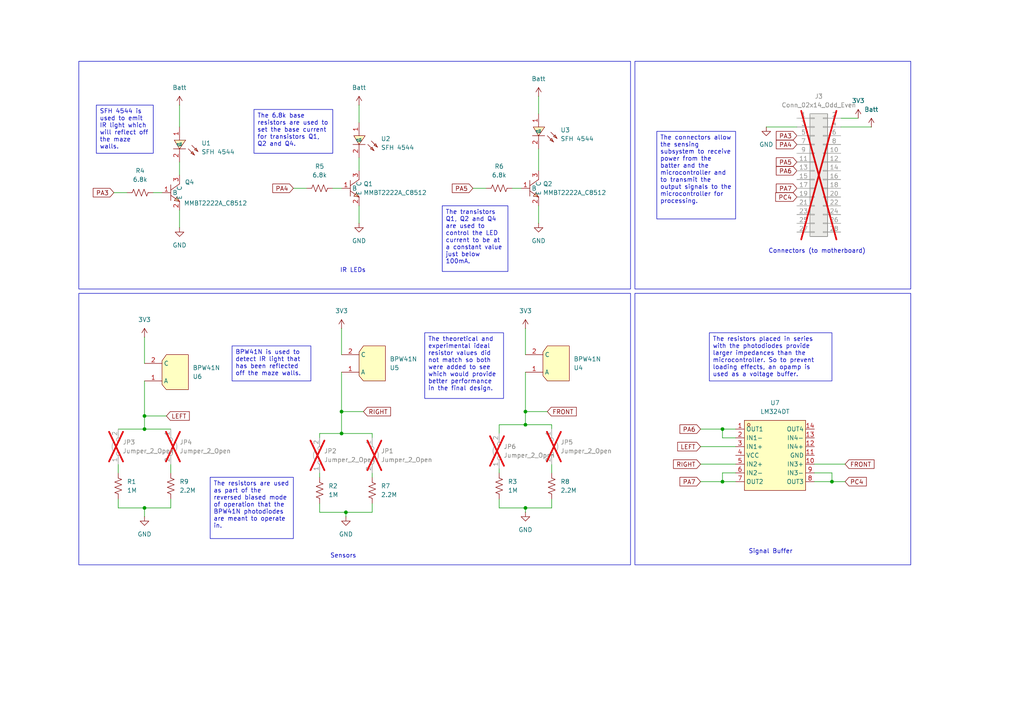
<source format=kicad_sch>
(kicad_sch (version 20231120) (generator "eeschema") (generator_version "8.0")
  (paper "A4")
  (title_block (title "Sensing Subsystem Circuit") (date "2024-03-24") (rev "v0") (company "University of Cape Town") (comment 1 "Name: Muhaimin Khan") (comment 2 "Student Number: KHNMUH063") (comment 3 "Course: EEE3088F"))
  (lib_symbols
    (symbol "Connector_Generic:Conn_02x14_Odd_Even" (pin_names (offset 1.016) hide)
      (property "Reference" "J" (at 1.27 17.78 0))
      (property "Value" "Conn_02x14_Odd_Even" (at 1.27 -20.32 0))
      (symbol "Conn_02x14_Odd_Even_1_1"
        (rectangle (start -1.27 -17.653) (end 0 -17.907) (stroke (width 0.1524)))
        (rectangle (start -1.27 -15.113) (end 0 -15.367) (stroke (width 0.1524)))
        (rectangle (start -1.27 -12.573) (end 0 -12.827) (stroke (width 0.1524)))
        (rectangle (start -1.27 -10.033) (end 0 -10.287) (stroke (width 0.1524)))
        (rectangle (start -1.27 -7.493) (end 0 -7.747) (stroke (width 0.1524)))
        (rectangle (start -1.27 -4.953) (end 0 -5.207) (stroke (width 0.1524)))
        (rectangle (start -1.27 -2.413) (end 0 -2.667) (stroke (width 0.1524)))
        (rectangle (start -1.27 0.127) (end 0 -0.127) (stroke (width 0.1524)))
        (rectangle (start -1.27 2.667) (end 0 2.413) (stroke (width 0.1524)))
        (rectangle (start -1.27 5.207) (end 0 4.953) (stroke (width 0.1524)))
        (rectangle (start -1.27 7.747) (end 0 7.493) (stroke (width 0.1524)))
        (rectangle (start -1.27 10.287) (end 0 10.033) (stroke (width 0.1524)))
        (rectangle (start -1.27 12.827) (end 0 12.573) (stroke (width 0.1524)))
        (rectangle (start -1.27 15.367) (end 0 15.113) (stroke (width 0.1524)))
        (rectangle (start -1.27 16.51) (end 3.81 -19.05) (stroke (width 0.254)) (fill (type background)))
        (rectangle (start 3.81 -17.653) (end 2.54 -17.907) (stroke (width 0.1524)))
        (rectangle (start 3.81 -15.113) (end 2.54 -15.367) (stroke (width 0.1524)))
        (rectangle (start 3.81 -12.573) (end 2.54 -12.827) (stroke (width 0.1524)))
        (rectangle (start 3.81 -10.033) (end 2.54 -10.287) (stroke (width 0.1524)))
        (rectangle (start 3.81 -7.493) (end 2.54 -7.747) (stroke (width 0.1524)))
        (rectangle (start 3.81 -4.953) (end 2.54 -5.207) (stroke (width 0.1524)))
        (rectangle (start 3.81 -2.413) (end 2.54 -2.667) (stroke (width 0.1524)))
        (rectangle (start 3.81 0.127) (end 2.54 -0.127) (stroke (width 0.1524)))
        (rectangle (start 3.81 2.667) (end 2.54 2.413) (stroke (width 0.1524)))
        (rectangle (start 3.81 5.207) (end 2.54 4.953) (stroke (width 0.1524)))
        (rectangle (start 3.81 7.747) (end 2.54 7.493) (stroke (width 0.1524)))
        (rectangle (start 3.81 10.287) (end 2.54 10.033) (stroke (width 0.1524)))
        (rectangle (start 3.81 12.827) (end 2.54 12.573) (stroke (width 0.1524)))
        (rectangle (start 3.81 15.367) (end 2.54 15.113) (stroke (width 0.1524)))
        (pin passive line (at -5.08 15.24 0) (length 3.81) (name "Pin_1") (number "1"))
        (pin passive line (at 7.62 5.08 180) (length 3.81) (name "Pin_10") (number "10"))
        (pin passive line (at -5.08 2.54 0) (length 3.81) (name "Pin_11") (number "11"))
        (pin passive line (at 7.62 2.54 180) (length 3.81) (name "Pin_12") (number "12"))
        (pin passive line (at -5.08 0 0) (length 3.81) (name "Pin_13") (number "13"))
        (pin passive line (at 7.62 0 180) (length 3.81) (name "Pin_14") (number "14"))
        (pin passive line (at -5.08 -2.54 0) (length 3.81) (name "Pin_15") (number "15"))
        (pin passive line (at 7.62 -2.54 180) (length 3.81) (name "Pin_16") (number "16"))
        (pin passive line (at -5.08 -5.08 0) (length 3.81) (name "Pin_17") (number "17"))
        (pin passive line (at 7.62 -5.08 180) (length 3.81) (name "Pin_18") (number "18"))
        (pin passive line (at -5.08 -7.62 0) (length 3.81) (name "Pin_19") (number "19"))
        (pin passive line (at 7.62 15.24 180) (length 3.81) (name "Pin_2") (number "2"))
        (pin passive line (at 7.62 -7.62 180) (length 3.81) (name "Pin_20") (number "20"))
        (pin passive line (at -5.08 -10.16 0) (length 3.81) (name "Pin_21") (number "21"))
        (pin passive line (at 7.62 -10.16 180) (length 3.81) (name "Pin_22") (number "22"))
        (pin passive line (at -5.08 -12.7 0) (length 3.81) (name "Pin_23") (number "23"))
        (pin passive line (at 7.62 -12.7 180) (length 3.81) (name "Pin_24") (number "24"))
        (pin passive line (at -5.08 -15.24 0) (length 3.81) (name "Pin_25") (number "25"))
        (pin passive line (at 7.62 -15.24 180) (length 3.81) (name "Pin_26") (number "26"))
        (pin passive line (at -5.08 -17.78 0) (length 3.81) (name "Pin_27") (number "27"))
        (pin passive line (at 7.62 -17.78 180) (length 3.81) (name "Pin_28") (number "28"))
        (pin passive line (at -5.08 12.7 0) (length 3.81) (name "Pin_3") (number "3"))
        (pin passive line (at 7.62 12.7 180) (length 3.81) (name "Pin_4") (number "4"))
        (pin passive line (at -5.08 10.16 0) (length 3.81) (name "Pin_5") (number "5"))
        (pin passive line (at 7.62 10.16 180) (length 3.81) (name "Pin_6") (number "6"))
        (pin passive line (at -5.08 7.62 0) (length 3.81) (name "Pin_7") (number "7"))
        (pin passive line (at 7.62 7.62 180) (length 3.81) (name "Pin_8") (number "8"))
        (pin passive line (at -5.08 5.08 0) (length 3.81) (name "Pin_9") (number "9"))
      )
    )
    (symbol "Device:R_US" (pin_numbers hide) (pin_names (offset 0))
      (property "Reference" "R" (at 2.54 0 90))
      (property "Value" "R_US" (at -2.54 0 90))
      (symbol "R_US_0_1"
        (polyline (pts (xy 0 -2.286) (xy 0 -2.54)))
        (polyline (pts (xy 0 2.286) (xy 0 2.54)))
        (polyline (pts (xy 0 -0.762) (xy 1.016 -1.143) (xy 0 -1.524) (xy -1.016 -1.905) (xy 0 -2.286)))
        (polyline (pts (xy 0 0.762) (xy 1.016 0.381) (xy 0 0) (xy -1.016 -0.381) (xy 0 -0.762)))
        (polyline (pts (xy 0 2.286) (xy 1.016 1.905) (xy 0 1.524) (xy -1.016 1.143) (xy 0 0.762)))
      )
      (symbol "R_US_1_1"
        (pin passive line (at 0 3.81 270) (length 1.27) (name "~") (number "1"))
        (pin passive line (at 0 -3.81 90) (length 1.27) (name "~") (number "2"))
      )
    )
    (symbol "Jumper:Jumper_2_Open" (pin_names (offset 0) hide)
      (property "Reference" "JP" (at 0 2.794 0))
      (property "Value" "Jumper_2_Open" (at 0 -2.286 0))
      (symbol "Jumper_2_Open_0_0"
        (circle (center -2.032 0) (radius 0.508))
        (circle (center 2.032 0) (radius 0.508))
      )
      (symbol "Jumper_2_Open_0_1"
        (arc (start 1.524 1.27) (mid 0 1.778) (end -1.524 1.27))
      )
      (symbol "Jumper_2_Open_1_1"
        (pin passive line (at -5.08 0 0) (length 2.54) (name "A") (number "1"))
        (pin passive line (at 5.08 0 180) (length 2.54) (name "B") (number "2"))
      )
    )
    (symbol "LED:SFH4544"
      (property "Reference" "U" (at 0 5.08 0))
      (property "Value" "SFH 4544" (at 0 -5.08 0))
      (symbol "SFH4544_0_1"
        (polyline (pts (xy 0.25 3.56) (xy 2.03 5.33)))
        (polyline (pts (xy 1.27 -1.78) (xy 1.27 1.78)))
        (polyline (pts (xy 1.27 2.54) (xy 3.05 4.32)))
        (polyline (pts (xy -1.27 -1.52) (xy 1.27 0) (xy -1.27 1.78) (xy -1.27 -1.52)) (fill (type background)))
        (polyline (pts (xy 2.03 5.33) (xy 1.02 4.83) (xy 1.52 4.32) (xy 2.03 5.33)) (fill (type background)))
        (polyline (pts (xy 3.05 4.32) (xy 2.03 3.81) (xy 2.54 3.3) (xy 3.05 4.32)) (fill (type background)))
        (pin unspecified line (at -5.08 0 0) (length 3.81) (name "A") (number "1"))
        (pin unspecified line (at 5.08 0 180) (length 3.81) (name "C") (number "2"))
      )
    )
    (symbol "easyeda0kicad:LM324DT"
      (property "Reference" "U" (at 0 12.7 0))
      (property "Value" "LM324DT" (at 0 -12.7 0))
      (symbol "LM324DT_0_1"
        (rectangle (start -8.89 10.16) (end 8.89 -10.16) (fill (type background)))
        (circle (center -7.62 8.89) (radius 0.38))
        (pin unspecified line (at -11.43 7.62 0) (length 2.54) (name "OUT1") (number "1"))
        (pin unspecified line (at 11.43 -2.54 180) (length 2.54) (name "IN3+") (number "10"))
        (pin unspecified line (at 11.43 0 180) (length 2.54) (name "GND") (number "11"))
        (pin unspecified line (at 11.43 2.54 180) (length 2.54) (name "IN4+") (number "12"))
        (pin unspecified line (at 11.43 5.08 180) (length 2.54) (name "IN4-") (number "13"))
        (pin unspecified line (at 11.43 7.62 180) (length 2.54) (name "OUT4") (number "14"))
        (pin unspecified line (at -11.43 5.08 0) (length 2.54) (name "IN1-") (number "2"))
        (pin unspecified line (at -11.43 2.54 0) (length 2.54) (name "IN1+") (number "3"))
        (pin unspecified line (at -11.43 0 0) (length 2.54) (name "VCC") (number "4"))
        (pin unspecified line (at -11.43 -2.54 0) (length 2.54) (name "IN2+") (number "5"))
        (pin unspecified line (at -11.43 -5.08 0) (length 2.54) (name "IN2-") (number "6"))
        (pin unspecified line (at -11.43 -7.62 0) (length 2.54) (name "OUT2") (number "7"))
        (pin unspecified line (at 11.43 -7.62 180) (length 2.54) (name "OUT3") (number "8"))
        (pin unspecified line (at 11.43 -5.08 180) (length 2.54) (name "IN3-") (number "9"))
      )
    )
    (symbol "easyeda1kicad:MMBT2222A_C8512"
      (property "Reference" "Q" (at 0 10.16 0))
      (property "Value" "MMBT2222A_C8512" (at 0 -10.16 0))
      (symbol "MMBT2222A_C8512_0_1"
        (polyline (pts (xy 0 -0.76) (xy 2.54 -2.54)))
        (polyline (pts (xy 0 2.29) (xy 0 -2.29)))
        (polyline (pts (xy 2.54 2.54) (xy 0 0.76)))
        (polyline (pts (xy 2.54 -2.54) (xy 1.78 -1.27) (xy 1.02 -2.29) (xy 2.54 -2.54)) (fill (type background)))
        (pin unspecified line (at -2.54 0 0) (length 2.54) (name "B") (number "1"))
        (pin unspecified line (at 2.54 -5.08 90) (length 2.54) (name "E") (number "2"))
        (pin unspecified line (at 2.54 5.08 270) (length 2.54) (name "C") (number "3"))
      )
    )
    (symbol "easyeda2kicad:BPW41N"
      (property "Reference" "U" (at 0 -1.27 0))
      (property "Value" "BPW41N" (at 0 -11.43 0))
      (symbol "BPW41N_0_1"
        (polyline (pts (xy -5.08 6.35) (xy 5.08 6.35) (xy 5.08 0) (xy 3.3 -1.27) (xy -3.56 -1.27) (xy -5.08 0) (xy -5.08 6.35)) (fill (type background)))
        (pin unspecified line (at -2.54 -6.35 90) (length 5.08) (name "A") (number "1"))
        (pin unspecified line (at 2.54 -6.35 90) (length 5.08) (name "C") (number "2"))
      )
    )
    (symbol "power:GND" (power) (pin_numbers hide) (pin_names (offset 0) hide)
      (property "Value" "GND" (at 0 -3.81 0))
      (symbol "GND_0_1"
        (polyline (pts (xy 0 0) (xy 0 -1.27) (xy 1.27 -1.27) (xy 0 -2.54) (xy -1.27 -1.27) (xy 0 -1.27)))
      )
      (symbol "GND_1_1"
        (pin power_in line (at 0 0 270) (length 0) (name "~") (number "1"))
      )
    )
    (symbol "power:VCC" (power) (pin_numbers hide) (pin_names (offset 0) hide)
      (property "Value" "VCC" (at 0 3.556 0))
      (symbol "VCC_0_1"
        (polyline (pts (xy -0.762 1.27) (xy 0 2.54)))
        (polyline (pts (xy 0 0) (xy 0 2.54)))
        (polyline (pts (xy 0 2.54) (xy 0.762 1.27)))
      )
      (symbol "VCC_1_1"
        (pin power_in line (at 0 0 90) (length 0) (name "~") (number "1"))
      )
    )
  )
  (junction (at 241.3 139.7))
  (junction (at 209.55 124.46))
  (junction (at 99.06 119.38))
  (junction (at 152.4 123.19))
  (junction (at 152.4 119.38))
  (junction (at 41.91 124.46))
  (junction (at 41.91 147.32))
  (junction (at 209.55 139.7))
  (junction (at 152.4 147.32))
  (junction (at 99.06 125.73))
  (junction (at 100.33 148.59))
  (junction (at 41.91 120.65))
  (wire (pts (xy 41.91 110.49) (xy 41.91 120.65)))
  (wire (pts (xy 85.09 54.61) (xy 88.9 54.61)))
  (wire (pts (xy 52.07 30.48) (xy 52.07 36.83)))
  (wire (pts (xy 152.4 119.38) (xy 152.4 123.19)))
  (wire (pts (xy 33.02 55.88) (xy 36.83 55.88)))
  (wire (pts (xy 222.25 36.83) (xy 231.14 36.83)))
  (wire (pts (xy 152.4 107.95) (xy 152.4 119.38)))
  (wire (pts (xy 34.29 124.46) (xy 41.91 124.46)))
  (wire (pts (xy 203.2 139.7) (xy 209.55 139.7)))
  (wire (pts (xy 41.91 120.65) (xy 48.26 120.65)))
  (wire (pts (xy 213.36 127) (xy 209.55 127)))
  (wire (pts (xy 241.3 139.7) (xy 245.11 139.7)))
  (wire (pts (xy 99.06 125.73) (xy 99.06 119.38)))
  (wire (pts (xy 99.06 107.95) (xy 99.06 119.38)))
  (wire (pts (xy 92.71 125.73) (xy 99.06 125.73)))
  (wire (pts (xy 96.52 54.61) (xy 99.06 54.61)))
  (wire (pts (xy 99.06 125.73) (xy 107.95 125.73)))
  (wire (pts (xy 236.22 139.7) (xy 241.3 139.7)))
  (wire (pts (xy 160.02 123.19) (xy 160.02 124.46)))
  (wire (pts (xy 104.14 59.69) (xy 104.14 64.77)))
  (wire (pts (xy 34.29 134.62) (xy 34.29 137.16)))
  (wire (pts (xy 160.02 144.78) (xy 160.02 147.32)))
  (wire (pts (xy 107.95 137.16) (xy 107.95 138.43)))
  (wire (pts (xy 209.55 139.7) (xy 213.36 139.7)))
  (wire (pts (xy 41.91 120.65) (xy 41.91 124.46)))
  (wire (pts (xy 144.78 147.32) (xy 152.4 147.32)))
  (wire (pts (xy 209.55 137.16) (xy 209.55 139.7)))
  (wire (pts (xy 107.95 146.05) (xy 107.95 148.59)))
  (wire (pts (xy 152.4 123.19) (xy 160.02 123.19)))
  (wire (pts (xy 144.78 147.32) (xy 144.78 144.78)))
  (wire (pts (xy 92.71 137.16) (xy 92.71 138.43)))
  (wire (pts (xy 52.07 60.96) (xy 52.07 66.04)))
  (wire (pts (xy 49.53 144.78) (xy 49.53 147.32)))
  (wire (pts (xy 44.45 55.88) (xy 46.99 55.88)))
  (wire (pts (xy 52.07 46.99) (xy 52.07 50.8)))
  (wire (pts (xy 41.91 97.79) (xy 41.91 105.41)))
  (wire (pts (xy 144.78 123.19) (xy 152.4 123.19)))
  (wire (pts (xy 41.91 147.32) (xy 41.91 149.86)))
  (wire (pts (xy 148.59 54.61) (xy 151.13 54.61)))
  (wire (pts (xy 209.55 127) (xy 209.55 124.46)))
  (wire (pts (xy 100.33 148.59) (xy 100.33 149.86)))
  (wire (pts (xy 156.21 27.94) (xy 156.21 33.02)))
  (wire (pts (xy 107.95 125.73) (xy 107.95 127)))
  (wire (pts (xy 41.91 124.46) (xy 49.53 124.46)))
  (wire (pts (xy 152.4 147.32) (xy 152.4 148.59)))
  (wire (pts (xy 49.53 134.62) (xy 49.53 137.16)))
  (wire (pts (xy 137.16 54.61) (xy 140.97 54.61)))
  (wire (pts (xy 243.84 34.29) (xy 248.92 34.29)))
  (wire (pts (xy 243.84 36.83) (xy 252.73 36.83)))
  (wire (pts (xy 99.06 119.38) (xy 105.41 119.38)))
  (wire (pts (xy 104.14 45.72) (xy 104.14 49.53)))
  (wire (pts (xy 236.22 137.16) (xy 241.3 137.16)))
  (wire (pts (xy 203.2 134.62) (xy 213.36 134.62)))
  (wire (pts (xy 241.3 137.16) (xy 241.3 139.7)))
  (wire (pts (xy 160.02 134.62) (xy 160.02 137.16)))
  (wire (pts (xy 92.71 148.59) (xy 100.33 148.59)))
  (wire (pts (xy 104.14 30.48) (xy 104.14 35.56)))
  (wire (pts (xy 152.4 95.25) (xy 152.4 102.87)))
  (wire (pts (xy 99.06 95.25) (xy 99.06 102.87)))
  (wire (pts (xy 203.2 124.46) (xy 209.55 124.46)))
  (wire (pts (xy 41.91 147.32) (xy 49.53 147.32)))
  (wire (pts (xy 213.36 137.16) (xy 209.55 137.16)))
  (wire (pts (xy 34.29 147.32) (xy 41.91 147.32)))
  (wire (pts (xy 156.21 59.69) (xy 156.21 64.77)))
  (wire (pts (xy 34.29 147.32) (xy 34.29 144.78)))
  (wire (pts (xy 100.33 148.59) (xy 107.95 148.59)))
  (wire (pts (xy 156.21 43.18) (xy 156.21 49.53)))
  (wire (pts (xy 209.55 124.46) (xy 213.36 124.46)))
  (wire (pts (xy 152.4 147.32) (xy 160.02 147.32)))
  (wire (pts (xy 144.78 135.89) (xy 144.78 137.16)))
  (wire (pts (xy 144.78 123.19) (xy 144.78 125.73)))
  (wire (pts (xy 236.22 134.62) (xy 245.11 134.62)))
  (wire (pts (xy 92.71 125.73) (xy 92.71 127)))
  (wire (pts (xy 152.4 119.38) (xy 158.75 119.38)))
  (wire (pts (xy 92.71 148.59) (xy 92.71 146.05)))
  (wire (pts (xy 203.2 129.54) (xy 213.36 129.54)))
  (rectangle (start 184.15 17.78) (end 264.16 83.82))
  (rectangle (start 22.86 85.09) (end 182.88 163.83))
  (rectangle (start 22.86 17.78) (end 182.88 83.82))
  (rectangle (start 184.15 85.09) (end 264.16 163.83))
  (text_box "The connectors allow the sensing subsystem to receive power from the batter and the microcontroller and to transmit the output signals to the microcontroller for processing." (at 190.5 38.1 0) (size 22.86 25.4) (effects (font (size 1.27 1.27)) (justify left top)))
  (text_box "SFH 4544 is used to emit IR light which will reflect off the maze walls." (at 27.94 30.48 0) (size 16.51 13.97) (effects (font (size 1.27 1.27)) (justify left top)))
  (text_box "The theoretical and experimental ideal resistor values did not match so both were added to see which would provide better performance in the final design." (at 123.19 96.52 0) (size 22.86 19.05) (effects (font (size 1.27 1.27)) (justify left top)))
  (text_box "BPW41N is used to detect IR light that has been reflected off the maze walls." (at 67.31 100.33 0) (size 22.86 10.16) (effects (font (size 1.27 1.27)) (justify left top)))
  (text_box "The 6.8k base resistors are used to set the base current for transistors Q1, Q2 and Q4." (at 73.66 31.75 0) (size 22.86 12.7) (effects (font (size 1.27 1.27)) (justify left top)))
  (text_box "The resistors are used as part of the reversed biased mode of operation that the BPW41N photodiodes are meant to operate in." (at 60.96 138.43 0) (size 24.13 17.78) (effects (font (size 1.27 1.27)) (justify left top)))
  (text_box "The resistors placed in series with the photodiodes provide larger impedances than the microcontroller. So to prevent loading effects, an opamp is used as a voltage buffer." (at 205.74 96.52 0) (size 35.56 13.97) (effects (font (size 1.27 1.27)) (justify left top)))
  (text_box "The transistors Q1, Q2 and Q4 are used to control the LED current to be at a constant value just below 100mA." (at 128.27 59.69 0) (size 19.05 19.05) (effects (font (size 1.27 1.27)) (justify left top)))
  (text "Signal Buffer" (at 223.52 160.02 0) (effects (font (size 1.27 1.27))))
  (text "Connectors (to motherboard)" (at 236.982 72.898 0) (effects (font (size 1.27 1.27))))
  (text "Sensors" (at 99.568 161.29 0) (effects (font (size 1.27 1.27))))
  (text "IR LEDs" (at 102.362 78.486 0) (effects (font (size 1.27 1.27))))
  (global_label "PA6" (shape input) (at 203.2 124.46 180) (property "Intersheetrefs" "${INTERSHEET_REFS}" (effects (hide yes))))
  (global_label "RIGHT" (shape input) (at 203.2 134.62 180) (property "Intersheetrefs" "${INTERSHEET_REFS}" (effects (hide yes))))
  (global_label "PA6" (shape input) (at 231.14 49.53 180) (property "Intersheetrefs" "${INTERSHEET_REFS}" (effects (hide yes))))
  (global_label "PA7" (shape input) (at 231.14 54.61 180) (property "Intersheetrefs" "${INTERSHEET_REFS}" (effects (hide yes))))
  (global_label "RIGHT" (shape input) (at 105.41 119.38 0) (property "Intersheetrefs" "${INTERSHEET_REFS}" (effects (hide yes))))
  (global_label "PC4" (shape input) (at 231.14 57.15 180) (property "Intersheetrefs" "${INTERSHEET_REFS}" (effects (hide yes))))
  (global_label "LEFT" (shape input) (at 203.2 129.54 180) (property "Intersheetrefs" "${INTERSHEET_REFS}" (effects (hide yes))))
  (global_label "PA3" (shape input) (at 33.02 55.88 180) (property "Intersheetrefs" "${INTERSHEET_REFS}" (effects (hide yes))))
  (global_label "PA4" (shape input) (at 231.14 41.91 180) (property "Intersheetrefs" "${INTERSHEET_REFS}" (effects (hide yes))))
  (global_label "PA7" (shape input) (at 203.2 139.7 180) (property "Intersheetrefs" "${INTERSHEET_REFS}" (effects (hide yes))))
  (global_label "PA5" (shape input) (at 231.14 46.99 180) (property "Intersheetrefs" "${INTERSHEET_REFS}" (effects (hide yes))))
  (global_label "PA5" (shape input) (at 137.16 54.61 180) (property "Intersheetrefs" "${INTERSHEET_REFS}" (effects (hide yes))))
  (global_label "FRONT" (shape input) (at 158.75 119.38 0) (property "Intersheetrefs" "${INTERSHEET_REFS}" (effects (hide yes))))
  (global_label "PA3" (shape input) (at 231.14 39.37 180) (property "Intersheetrefs" "${INTERSHEET_REFS}" (effects (hide yes))))
  (global_label "FRONT" (shape input) (at 245.11 134.62 0) (property "Intersheetrefs" "${INTERSHEET_REFS}" (effects (hide yes))))
  (global_label "PC4" (shape input) (at 245.11 139.7 0) (property "Intersheetrefs" "${INTERSHEET_REFS}" (effects (hide yes))))
  (global_label "PA4" (shape input) (at 85.09 54.61 180) (property "Intersheetrefs" "${INTERSHEET_REFS}" (effects (hide yes))))
  (global_label "LEFT" (shape input) (at 48.26 120.65 0) (property "Intersheetrefs" "${INTERSHEET_REFS}" (effects (hide yes))))
  (symbol (lib_id "Device:R_US") (at 144.78 54.61 90) (unit 1)
    (property "Reference" "R6" (at 144.78 48.26 90))
    (property "Value" "6.8k" (at 144.78 50.8 90))
    (property "Footprint" "Resistor_SMD:R_0805_2012Metric" (effects (hide yes)))
    (property "Description" "Resistor, US symbol" (effects (hide yes)))
  )
  (symbol (lib_id "power:VCC") (at 99.06 95.25 0) (unit 1)
    (property "Reference" "#PWR012" (effects (hide yes)))
    (property "Value" "3V3" (at 99.06 90.17 0))
    (property "Description" "Power symbol creates a global label with name \"VCC\"" (effects (hide yes)))
  )
  (symbol (lib_id "Jumper:Jumper_2_Open") (at 92.71 132.08 90) (unit 1) (in_bom no) (dnp yes)
    (property "Reference" "JP2" (at 93.98 130.8099 90) (effects (justify right)))
    (property "Value" "Jumper_2_Open" (at 93.98 133.3499 90) (effects (justify right)))
    (property "Footprint" "Jumper:SolderJumper-2_P1.3mm_Open_RoundedPad1.0x1.5mm" (effects (hide yes)))
    (property "Description" "Jumper, 2-pole, open" (effects (hide yes)))
  )
  (symbol (lib_id "Device:R_US") (at 40.64 55.88 90) (unit 1)
    (property "Reference" "R4" (at 40.64 49.53 90))
    (property "Value" "6.8k" (at 40.64 52.07 90))
    (property "Footprint" "Resistor_SMD:R_0805_2012Metric" (effects (hide yes)))
    (property "Description" "Resistor, US symbol" (effects (hide yes)))
  )
  (symbol (lib_id "easyeda2kicad:BPW41N") (at 105.41 105.41 270) (mirror x) (unit 1)
    (property "Reference" "U5" (at 113.03 106.6801 90) (effects (justify left)))
    (property "Value" "BPW41N" (at 113.03 104.1401 90) (effects (justify left)))
    (property "Footprint" "Sensor:SENSOR-TH_BPW41N" (effects (hide yes)))
    (property "Datasheet" "https://lcsc.com/product-detail/Infrared-IR-LEDs_VISHAY_BPW41N_BPW41N_C142586.html" (effects (hide yes)))
    (property "LCSC Part" "C142586" (effects (hide yes)))
  )
  (symbol (lib_id "power:GND") (at 104.14 64.77 0) (unit 1)
    (property "Reference" "#PWR02" (effects (hide yes)))
    (property "Value" "GND" (at 104.14 69.85 0))
    (property "Description" "Power symbol creates a global label with name \"GND\" , ground" (effects (hide yes)))
  )
  (symbol (lib_id "Jumper:Jumper_2_Open") (at 34.29 129.54 90) (unit 1) (in_bom no) (dnp yes)
    (property "Reference" "JP3" (at 35.56 128.2699 90) (effects (justify right)))
    (property "Value" "Jumper_2_Open" (at 35.56 130.8099 90) (effects (justify right)))
    (property "Footprint" "Jumper:SolderJumper-2_P1.3mm_Open_RoundedPad1.0x1.5mm" (effects (hide yes)))
    (property "Description" "Jumper, 2-pole, open" (effects (hide yes)))
  )
  (symbol (lib_id "power:GND") (at 41.91 149.86 0) (unit 1)
    (property "Reference" "#PWR04" (effects (hide yes)))
    (property "Value" "GND" (at 41.91 154.94 0))
    (property "Description" "Power symbol creates a global label with name \"GND\" , ground" (effects (hide yes)))
  )
  (symbol (lib_id "easyeda1kicad:MMBT2222A_C8512") (at 101.6 54.61 0) (unit 1)
    (property "Reference" "Q1" (at 105.41 53.3399 0) (effects (justify left)))
    (property "Value" "MMBT2222A_C8512" (at 105.41 55.8799 0) (effects (justify left)))
    (property "Footprint" "Transistor_Power_Module:SOT-23-3_L2.9-W1.3-P1.90-LS2.4-BR" (effects (hide yes)))
    (property "Datasheet" "https://lcsc.com/product-detail/Transistors-NPN-PNP_MMBT2222A_C8512.html" (effects (hide yes)))
    (property "LCSC Part" "C8512" (effects (hide yes)))
  )
  (symbol (lib_id "power:VCC") (at 104.14 30.48 0) (unit 1)
    (property "Reference" "#PWR021" (effects (hide yes)))
    (property "Value" "Batt" (at 104.14 25.4 0))
    (property "Description" "Power symbol creates a global label with name \"VCC\"" (effects (hide yes)))
  )
  (symbol (lib_id "easyeda1kicad:MMBT2222A_C8512") (at 153.67 54.61 0) (unit 1)
    (property "Reference" "Q2" (at 157.48 53.3399 0) (effects (justify left)))
    (property "Value" "MMBT2222A_C8512" (at 157.48 55.8799 0) (effects (justify left)))
    (property "Footprint" "Transistor_Power_Module:SOT-23-3_L2.9-W1.3-P1.90-LS2.4-BR" (effects (hide yes)))
    (property "Datasheet" "https://lcsc.com/product-detail/Transistors-NPN-PNP_MMBT2222A_C8512.html" (effects (hide yes)))
    (property "LCSC Part" "C8512" (effects (hide yes)))
  )
  (symbol (lib_id "Device:R_US") (at 49.53 140.97 0) (unit 1)
    (property "Reference" "R9" (at 52.07 139.6999 0) (effects (justify left)))
    (property "Value" "2.2M" (at 52.07 142.2399 0) (effects (justify left)))
    (property "Footprint" "Resistor_SMD:R_0805_2012Metric" (effects (hide yes)))
    (property "Description" "Resistor, US symbol" (effects (hide yes)))
  )
  (symbol (lib_id "Device:R_US") (at 160.02 140.97 0) (unit 1)
    (property "Reference" "R8" (at 162.56 139.6999 0) (effects (justify left)))
    (property "Value" "2.2M" (at 162.56 142.2399 0) (effects (justify left)))
    (property "Footprint" "Resistor_SMD:R_0805_2012Metric" (effects (hide yes)))
    (property "Description" "Resistor, US symbol" (effects (hide yes)))
  )
  (symbol (lib_id "Jumper:Jumper_2_Open") (at 49.53 129.54 270) (unit 1) (in_bom no) (dnp yes)
    (property "Reference" "JP4" (at 52.07 128.2699 90) (effects (justify left)))
    (property "Value" "Jumper_2_Open" (at 52.07 130.8099 90) (effects (justify left)))
    (property "Footprint" "Jumper:SolderJumper-2_P1.3mm_Open_RoundedPad1.0x1.5mm" (effects (hide yes)))
    (property "Description" "Jumper, 2-pole, open" (effects (hide yes)))
  )
  (symbol (lib_id "Jumper:Jumper_2_Open") (at 160.02 129.54 270) (unit 1) (in_bom no) (dnp yes)
    (property "Reference" "JP5" (at 162.56 128.2699 90) (effects (justify left)))
    (property "Value" "Jumper_2_Open" (at 162.56 130.8099 90) (effects (justify left)))
    (property "Footprint" "Jumper:SolderJumper-2_P1.3mm_Open_RoundedPad1.0x1.5mm" (effects (hide yes)))
    (property "Description" "Jumper, 2-pole, open" (effects (hide yes)))
  )
  (symbol (lib_id "power:VCC") (at 152.4 95.25 0) (unit 1)
    (property "Reference" "#PWR011" (effects (hide yes)))
    (property "Value" "3V3" (at 152.4 90.17 0))
    (property "Description" "Power symbol creates a global label with name \"VCC\"" (effects (hide yes)))
  )
  (symbol (lib_id "Device:R_US") (at 92.71 142.24 0) (unit 1)
    (property "Reference" "R2" (at 95.25 140.9699 0) (effects (justify left)))
    (property "Value" "1M" (at 95.25 143.5099 0) (effects (justify left)))
    (property "Footprint" "Resistor_SMD:R_0805_2012Metric" (effects (hide yes)))
    (property "Description" "Resistor, US symbol" (effects (hide yes)))
  )
  (symbol (lib_id "Connector_Generic:Conn_02x14_Odd_Even") (at 236.22 49.53 0) (unit 1) (in_bom no) (dnp yes)
    (property "Reference" "J3" (at 237.49 27.94 0))
    (property "Value" "Conn_02x14_Odd_Even" (at 237.49 30.48 0))
    (property "Footprint" "Connector_PinHeader_2.54mm:PinHeader_2x14_P2.54mm_Vertical" (effects (hide yes)))
    (property "Description" "Generic connector, double row, 02x14, odd/even pin numbering scheme (row 1 odd numbers, row 2 even numbers), script generated (kicad-library-utils/schlib/autogen/connector/)" (effects (hide yes)))
  )
  (symbol (lib_id "easyeda1kicad:MMBT2222A_C8512") (at 49.53 55.88 0) (unit 1)
    (property "Reference" "Q4" (at 53.594 52.832 0) (effects (justify left)))
    (property "Value" "MMBT2222A_C8512" (at 53.34 58.928 0) (effects (justify left)))
    (property "Footprint" "Transistor_Power_Module:SOT-23-3_L2.9-W1.3-P1.90-LS2.4-BR" (effects (hide yes)))
    (property "Datasheet" "https://lcsc.com/product-detail/Transistors-NPN-PNP_MMBT2222A_C8512.html" (effects (hide yes)))
    (property "LCSC Part" "C8512" (effects (hide yes)))
  )
  (symbol (lib_id "Jumper:Jumper_2_Open") (at 144.78 130.81 90) (unit 1) (in_bom no) (dnp yes)
    (property "Reference" "JP6" (at 146.05 129.5399 90) (effects (justify right)))
    (property "Value" "Jumper_2_Open" (at 146.05 132.0799 90) (effects (justify right)))
    (property "Footprint" "Jumper:SolderJumper-2_P1.3mm_Open_RoundedPad1.0x1.5mm" (effects (hide yes)))
    (property "Description" "Jumper, 2-pole, open" (effects (hide yes)))
  )
  (symbol (lib_id "easyeda2kicad:BPW41N") (at 48.26 107.95 270) (mirror x) (unit 1)
    (property "Reference" "U6" (at 55.88 109.2201 90) (effects (justify left)))
    (property "Value" "BPW41N" (at 55.88 106.6801 90) (effects (justify left)))
    (property "Footprint" "Sensor:SENSOR-TH_BPW41N" (effects (hide yes)))
    (property "Datasheet" "https://lcsc.com/product-detail/Infrared-IR-LEDs_VISHAY_BPW41N_BPW41N_C142586.html" (effects (hide yes)))
    (property "LCSC Part" "C142586" (effects (hide yes)))
  )
  (symbol (lib_id "LED:SFH4544") (at 156.21 38.1 270) (unit 1)
    (property "Reference" "U3" (at 162.56 37.7199 90) (effects (justify left)))
    (property "Value" "SFH 4544" (at 162.56 40.2599 90) (effects (justify left)))
    (property "Footprint" "LED_THT:LED_D5.0mm_Horizontal_O6.35mm_Z15.0mm" (effects (hide yes)))
    (property "LCSC Part" "C2900370" (effects (hide yes)))
  )
  (symbol (lib_id "power:GND") (at 222.25 36.83 0) (unit 1)
    (property "Reference" "#PWR03" (effects (hide yes)))
    (property "Value" "GND" (at 222.25 41.91 0))
    (property "Description" "Power symbol creates a global label with name \"GND\" , ground" (effects (hide yes)))
  )
  (symbol (lib_id "power:GND") (at 100.33 149.86 0) (unit 1)
    (property "Reference" "#PWR05" (effects (hide yes)))
    (property "Value" "GND" (at 100.33 154.94 0))
    (property "Description" "Power symbol creates a global label with name \"GND\" , ground" (effects (hide yes)))
  )
  (symbol (lib_id "power:VCC") (at 52.07 30.48 0) (unit 1)
    (property "Reference" "#PWR020" (effects (hide yes)))
    (property "Value" "Batt" (at 52.07 25.4 0))
    (property "Description" "Power symbol creates a global label with name \"VCC\"" (effects (hide yes)))
  )
  (symbol (lib_id "Device:R_US") (at 107.95 142.24 0) (unit 1)
    (property "Reference" "R7" (at 110.49 140.9699 0) (effects (justify left)))
    (property "Value" "2.2M" (at 110.49 143.5099 0) (effects (justify left)))
    (property "Footprint" "Resistor_SMD:R_0805_2012Metric" (effects (hide yes)))
    (property "Description" "Resistor, US symbol" (effects (hide yes)))
  )
  (symbol (lib_id "easyeda2kicad:BPW41N") (at 158.75 105.41 270) (mirror x) (unit 1)
    (property "Reference" "U4" (at 166.37 106.6801 90) (effects (justify left)))
    (property "Value" "BPW41N" (at 166.37 104.1401 90) (effects (justify left)))
    (property "Footprint" "Sensor:SENSOR-TH_BPW41N" (effects (hide yes)))
    (property "Datasheet" "https://lcsc.com/product-detail/Infrared-IR-LEDs_VISHAY_BPW41N_BPW41N_C142586.html" (effects (hide yes)))
    (property "LCSC Part" "C142586" (effects (hide yes)))
  )
  (symbol (lib_id "power:VCC") (at 156.21 27.94 0) (unit 1)
    (property "Reference" "#PWR022" (effects (hide yes)))
    (property "Value" "Batt" (at 156.21 22.86 0))
    (property "Description" "Power symbol creates a global label with name \"VCC\"" (effects (hide yes)))
  )
  (symbol (lib_id "power:GND") (at 156.21 64.77 0) (unit 1)
    (property "Reference" "#PWR01" (effects (hide yes)))
    (property "Value" "GND" (at 156.21 69.85 0))
    (property "Description" "Power symbol creates a global label with name \"GND\" , ground" (effects (hide yes)))
  )
  (symbol (lib_id "power:VCC") (at 252.73 36.83 0) (unit 1)
    (property "Reference" "#PWR023" (effects (hide yes)))
    (property "Value" "Batt" (at 252.73 31.75 0))
    (property "Description" "Power symbol creates a global label with name \"VCC\"" (effects (hide yes)))
  )
  (symbol (lib_id "power:GND") (at 52.07 66.04 0) (unit 1)
    (property "Reference" "#PWR07" (effects (hide yes)))
    (property "Value" "GND" (at 52.07 71.12 0))
    (property "Description" "Power symbol creates a global label with name \"GND\" , ground" (effects (hide yes)))
  )
  (symbol (lib_id "Device:R_US") (at 144.78 140.97 0) (unit 1)
    (property "Reference" "R3" (at 147.32 139.6999 0) (effects (justify left)))
    (property "Value" "1M" (at 147.32 142.2399 0) (effects (justify left)))
    (property "Footprint" "Resistor_SMD:R_0805_2012Metric" (effects (hide yes)))
    (property "Description" "Resistor, US symbol" (effects (hide yes)))
  )
  (symbol (lib_id "Device:R_US") (at 92.71 54.61 90) (unit 1)
    (property "Reference" "R5" (at 92.71 48.26 90))
    (property "Value" "6.8k" (at 92.71 50.8 90))
    (property "Footprint" "Resistor_SMD:R_0805_2012Metric" (effects (hide yes)))
    (property "Description" "Resistor, US symbol" (effects (hide yes)))
  )
  (symbol (lib_id "power:GND") (at 152.4 148.59 0) (unit 1)
    (property "Reference" "#PWR06" (effects (hide yes)))
    (property "Value" "GND" (at 152.4 153.67 0))
    (property "Description" "Power symbol creates a global label with name \"GND\" , ground" (effects (hide yes)))
  )
  (symbol (lib_id "Jumper:Jumper_2_Open") (at 107.95 132.08 270) (unit 1) (in_bom no) (dnp yes)
    (property "Reference" "JP1" (at 110.49 130.8099 90) (effects (justify left)))
    (property "Value" "Jumper_2_Open" (at 110.49 133.3499 90) (effects (justify left)))
    (property "Footprint" "Jumper:SolderJumper-2_P1.3mm_Open_RoundedPad1.0x1.5mm" (effects (hide yes)))
    (property "Description" "Jumper, 2-pole, open" (effects (hide yes)))
  )
  (symbol (lib_id "power:VCC") (at 248.92 34.29 0) (unit 1)
    (property "Reference" "#PWR014" (effects (hide yes)))
    (property "Value" "3V3" (at 248.92 29.21 0))
    (property "Description" "Power symbol creates a global label with name \"VCC\"" (effects (hide yes)))
  )
  (symbol (lib_id "LED:SFH4544") (at 104.14 40.64 270) (unit 1)
    (property "Reference" "U2" (at 110.49 40.2599 90) (effects (justify left)))
    (property "Value" "SFH 4544" (at 110.49 42.7999 90) (effects (justify left)))
    (property "Footprint" "LED_THT:LED_D5.0mm_Horizontal_O6.35mm_Z15.0mm" (effects (hide yes)))
    (property "LCSC Part" "C2900370" (effects (hide yes)))
  )
  (symbol (lib_id "power:VCC") (at 41.91 97.79 0) (unit 1)
    (property "Reference" "#PWR013" (effects (hide yes)))
    (property "Value" "3V3" (at 41.91 92.71 0))
    (property "Description" "Power symbol creates a global label with name \"VCC\"" (effects (hide yes)))
  )
  (symbol (lib_id "LED:SFH4544") (at 52.07 41.91 270) (unit 1)
    (property "Reference" "U1" (at 58.42 41.5299 90) (effects (justify left)))
    (property "Value" "SFH 4544" (at 58.42 44.0699 90) (effects (justify left)))
    (property "Footprint" "LED_THT:LED_D5.0mm_Horizontal_O6.35mm_Z15.0mm" (effects (hide yes)))
    (property "LCSC Part" "C2900370" (effects (hide yes)))
  )
  (symbol (lib_id "Device:R_US") (at 34.29 140.97 0) (unit 1)
    (property "Reference" "R1" (at 36.83 139.6999 0) (effects (justify left)))
    (property "Value" "1M" (at 36.83 142.2399 0) (effects (justify left)))
    (property "Footprint" "Resistor_SMD:R_0805_2012Metric" (effects (hide yes)))
    (property "Description" "Resistor, US symbol" (effects (hide yes)))
  )
  (symbol (lib_id "easyeda0kicad:LM324DT") (at 224.79 132.08 0) (unit 1)
    (property "Reference" "U7" (at 224.79 116.84 0))
    (property "Value" "LM324DT" (at 224.79 119.38 0))
    (property "Footprint" "Library:SOIC-14_L8.7-W3.9-P1.27-LS6.0-BL" (effects (hide yes)))
    (property "Datasheet" "https://lcsc.com/product-detail/General-Purpose-Amplifiers_STMicroelectronics_LM324DT_LM324DT_C71035.html" (effects (hide yes)))
    (property "LCSC Part" "C71035" (effects (hide yes)))
  )
)
</source>
